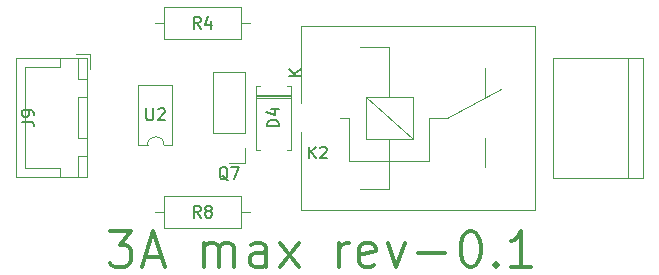
<source format=gbr>
%TF.GenerationSoftware,KiCad,Pcbnew,8.0.5*%
%TF.CreationDate,2024-12-15T17:36:27-06:00*%
%TF.ProjectId,Relay_Boards.V1,52656c61-795f-4426-9f61-7264732e5631,rev?*%
%TF.SameCoordinates,Original*%
%TF.FileFunction,Legend,Top*%
%TF.FilePolarity,Positive*%
%FSLAX46Y46*%
G04 Gerber Fmt 4.6, Leading zero omitted, Abs format (unit mm)*
G04 Created by KiCad (PCBNEW 8.0.5) date 2024-12-15 17:36:27*
%MOMM*%
%LPD*%
G01*
G04 APERTURE LIST*
%ADD10C,0.300000*%
%ADD11C,0.150000*%
%ADD12C,0.120000*%
G04 APERTURE END LIST*
D10*
X93875939Y-99867257D02*
X95733082Y-99867257D01*
X95733082Y-99867257D02*
X94733082Y-101010114D01*
X94733082Y-101010114D02*
X95161653Y-101010114D01*
X95161653Y-101010114D02*
X95447368Y-101152971D01*
X95447368Y-101152971D02*
X95590225Y-101295828D01*
X95590225Y-101295828D02*
X95733082Y-101581542D01*
X95733082Y-101581542D02*
X95733082Y-102295828D01*
X95733082Y-102295828D02*
X95590225Y-102581542D01*
X95590225Y-102581542D02*
X95447368Y-102724400D01*
X95447368Y-102724400D02*
X95161653Y-102867257D01*
X95161653Y-102867257D02*
X94304510Y-102867257D01*
X94304510Y-102867257D02*
X94018796Y-102724400D01*
X94018796Y-102724400D02*
X93875939Y-102581542D01*
X96875939Y-102010114D02*
X98304511Y-102010114D01*
X96590225Y-102867257D02*
X97590225Y-99867257D01*
X97590225Y-99867257D02*
X98590225Y-102867257D01*
X101875939Y-102867257D02*
X101875939Y-100867257D01*
X101875939Y-101152971D02*
X102018796Y-101010114D01*
X102018796Y-101010114D02*
X102304511Y-100867257D01*
X102304511Y-100867257D02*
X102733082Y-100867257D01*
X102733082Y-100867257D02*
X103018796Y-101010114D01*
X103018796Y-101010114D02*
X103161654Y-101295828D01*
X103161654Y-101295828D02*
X103161654Y-102867257D01*
X103161654Y-101295828D02*
X103304511Y-101010114D01*
X103304511Y-101010114D02*
X103590225Y-100867257D01*
X103590225Y-100867257D02*
X104018796Y-100867257D01*
X104018796Y-100867257D02*
X104304511Y-101010114D01*
X104304511Y-101010114D02*
X104447368Y-101295828D01*
X104447368Y-101295828D02*
X104447368Y-102867257D01*
X107161654Y-102867257D02*
X107161654Y-101295828D01*
X107161654Y-101295828D02*
X107018796Y-101010114D01*
X107018796Y-101010114D02*
X106733082Y-100867257D01*
X106733082Y-100867257D02*
X106161654Y-100867257D01*
X106161654Y-100867257D02*
X105875939Y-101010114D01*
X107161654Y-102724400D02*
X106875939Y-102867257D01*
X106875939Y-102867257D02*
X106161654Y-102867257D01*
X106161654Y-102867257D02*
X105875939Y-102724400D01*
X105875939Y-102724400D02*
X105733082Y-102438685D01*
X105733082Y-102438685D02*
X105733082Y-102152971D01*
X105733082Y-102152971D02*
X105875939Y-101867257D01*
X105875939Y-101867257D02*
X106161654Y-101724400D01*
X106161654Y-101724400D02*
X106875939Y-101724400D01*
X106875939Y-101724400D02*
X107161654Y-101581542D01*
X108304511Y-102867257D02*
X109875940Y-100867257D01*
X108304511Y-100867257D02*
X109875940Y-102867257D01*
X113304510Y-102867257D02*
X113304510Y-100867257D01*
X113304510Y-101438685D02*
X113447367Y-101152971D01*
X113447367Y-101152971D02*
X113590225Y-101010114D01*
X113590225Y-101010114D02*
X113875939Y-100867257D01*
X113875939Y-100867257D02*
X114161653Y-100867257D01*
X116304510Y-102724400D02*
X116018796Y-102867257D01*
X116018796Y-102867257D02*
X115447368Y-102867257D01*
X115447368Y-102867257D02*
X115161653Y-102724400D01*
X115161653Y-102724400D02*
X115018796Y-102438685D01*
X115018796Y-102438685D02*
X115018796Y-101295828D01*
X115018796Y-101295828D02*
X115161653Y-101010114D01*
X115161653Y-101010114D02*
X115447368Y-100867257D01*
X115447368Y-100867257D02*
X116018796Y-100867257D01*
X116018796Y-100867257D02*
X116304510Y-101010114D01*
X116304510Y-101010114D02*
X116447368Y-101295828D01*
X116447368Y-101295828D02*
X116447368Y-101581542D01*
X116447368Y-101581542D02*
X115018796Y-101867257D01*
X117447368Y-100867257D02*
X118161654Y-102867257D01*
X118161654Y-102867257D02*
X118875939Y-100867257D01*
X120018796Y-101724400D02*
X122304511Y-101724400D01*
X124304511Y-99867257D02*
X124590225Y-99867257D01*
X124590225Y-99867257D02*
X124875939Y-100010114D01*
X124875939Y-100010114D02*
X125018797Y-100152971D01*
X125018797Y-100152971D02*
X125161654Y-100438685D01*
X125161654Y-100438685D02*
X125304511Y-101010114D01*
X125304511Y-101010114D02*
X125304511Y-101724400D01*
X125304511Y-101724400D02*
X125161654Y-102295828D01*
X125161654Y-102295828D02*
X125018797Y-102581542D01*
X125018797Y-102581542D02*
X124875939Y-102724400D01*
X124875939Y-102724400D02*
X124590225Y-102867257D01*
X124590225Y-102867257D02*
X124304511Y-102867257D01*
X124304511Y-102867257D02*
X124018797Y-102724400D01*
X124018797Y-102724400D02*
X123875939Y-102581542D01*
X123875939Y-102581542D02*
X123733082Y-102295828D01*
X123733082Y-102295828D02*
X123590225Y-101724400D01*
X123590225Y-101724400D02*
X123590225Y-101010114D01*
X123590225Y-101010114D02*
X123733082Y-100438685D01*
X123733082Y-100438685D02*
X123875939Y-100152971D01*
X123875939Y-100152971D02*
X124018797Y-100010114D01*
X124018797Y-100010114D02*
X124304511Y-99867257D01*
X126590225Y-102581542D02*
X126733082Y-102724400D01*
X126733082Y-102724400D02*
X126590225Y-102867257D01*
X126590225Y-102867257D02*
X126447368Y-102724400D01*
X126447368Y-102724400D02*
X126590225Y-102581542D01*
X126590225Y-102581542D02*
X126590225Y-102867257D01*
X129590225Y-102867257D02*
X127875939Y-102867257D01*
X128733082Y-102867257D02*
X128733082Y-99867257D01*
X128733082Y-99867257D02*
X128447368Y-100295828D01*
X128447368Y-100295828D02*
X128161653Y-100581542D01*
X128161653Y-100581542D02*
X127875939Y-100724400D01*
D11*
X108204819Y-90988094D02*
X107204819Y-90988094D01*
X107204819Y-90988094D02*
X107204819Y-90749999D01*
X107204819Y-90749999D02*
X107252438Y-90607142D01*
X107252438Y-90607142D02*
X107347676Y-90511904D01*
X107347676Y-90511904D02*
X107442914Y-90464285D01*
X107442914Y-90464285D02*
X107633390Y-90416666D01*
X107633390Y-90416666D02*
X107776247Y-90416666D01*
X107776247Y-90416666D02*
X107966723Y-90464285D01*
X107966723Y-90464285D02*
X108061961Y-90511904D01*
X108061961Y-90511904D02*
X108157200Y-90607142D01*
X108157200Y-90607142D02*
X108204819Y-90749999D01*
X108204819Y-90749999D02*
X108204819Y-90988094D01*
X107538152Y-89559523D02*
X108204819Y-89559523D01*
X107157200Y-89797618D02*
X107871485Y-90035713D01*
X107871485Y-90035713D02*
X107871485Y-89416666D01*
X110104819Y-86701904D02*
X109104819Y-86701904D01*
X110104819Y-86130476D02*
X109533390Y-86559047D01*
X109104819Y-86130476D02*
X109676247Y-86701904D01*
X86454819Y-90583333D02*
X87169104Y-90583333D01*
X87169104Y-90583333D02*
X87311961Y-90630952D01*
X87311961Y-90630952D02*
X87407200Y-90726190D01*
X87407200Y-90726190D02*
X87454819Y-90869047D01*
X87454819Y-90869047D02*
X87454819Y-90964285D01*
X87454819Y-90059523D02*
X87454819Y-89869047D01*
X87454819Y-89869047D02*
X87407200Y-89773809D01*
X87407200Y-89773809D02*
X87359580Y-89726190D01*
X87359580Y-89726190D02*
X87216723Y-89630952D01*
X87216723Y-89630952D02*
X87026247Y-89583333D01*
X87026247Y-89583333D02*
X86645295Y-89583333D01*
X86645295Y-89583333D02*
X86550057Y-89630952D01*
X86550057Y-89630952D02*
X86502438Y-89678571D01*
X86502438Y-89678571D02*
X86454819Y-89773809D01*
X86454819Y-89773809D02*
X86454819Y-89964285D01*
X86454819Y-89964285D02*
X86502438Y-90059523D01*
X86502438Y-90059523D02*
X86550057Y-90107142D01*
X86550057Y-90107142D02*
X86645295Y-90154761D01*
X86645295Y-90154761D02*
X86883390Y-90154761D01*
X86883390Y-90154761D02*
X86978628Y-90107142D01*
X86978628Y-90107142D02*
X87026247Y-90059523D01*
X87026247Y-90059523D02*
X87073866Y-89964285D01*
X87073866Y-89964285D02*
X87073866Y-89773809D01*
X87073866Y-89773809D02*
X87026247Y-89678571D01*
X87026247Y-89678571D02*
X86978628Y-89630952D01*
X86978628Y-89630952D02*
X86883390Y-89583333D01*
X110761905Y-93704819D02*
X110761905Y-92704819D01*
X111333333Y-93704819D02*
X110904762Y-93133390D01*
X111333333Y-92704819D02*
X110761905Y-93276247D01*
X111714286Y-92800057D02*
X111761905Y-92752438D01*
X111761905Y-92752438D02*
X111857143Y-92704819D01*
X111857143Y-92704819D02*
X112095238Y-92704819D01*
X112095238Y-92704819D02*
X112190476Y-92752438D01*
X112190476Y-92752438D02*
X112238095Y-92800057D01*
X112238095Y-92800057D02*
X112285714Y-92895295D01*
X112285714Y-92895295D02*
X112285714Y-92990533D01*
X112285714Y-92990533D02*
X112238095Y-93133390D01*
X112238095Y-93133390D02*
X111666667Y-93704819D01*
X111666667Y-93704819D02*
X112285714Y-93704819D01*
X96988095Y-89454819D02*
X96988095Y-90264342D01*
X96988095Y-90264342D02*
X97035714Y-90359580D01*
X97035714Y-90359580D02*
X97083333Y-90407200D01*
X97083333Y-90407200D02*
X97178571Y-90454819D01*
X97178571Y-90454819D02*
X97369047Y-90454819D01*
X97369047Y-90454819D02*
X97464285Y-90407200D01*
X97464285Y-90407200D02*
X97511904Y-90359580D01*
X97511904Y-90359580D02*
X97559523Y-90264342D01*
X97559523Y-90264342D02*
X97559523Y-89454819D01*
X97988095Y-89550057D02*
X98035714Y-89502438D01*
X98035714Y-89502438D02*
X98130952Y-89454819D01*
X98130952Y-89454819D02*
X98369047Y-89454819D01*
X98369047Y-89454819D02*
X98464285Y-89502438D01*
X98464285Y-89502438D02*
X98511904Y-89550057D01*
X98511904Y-89550057D02*
X98559523Y-89645295D01*
X98559523Y-89645295D02*
X98559523Y-89740533D01*
X98559523Y-89740533D02*
X98511904Y-89883390D01*
X98511904Y-89883390D02*
X97940476Y-90454819D01*
X97940476Y-90454819D02*
X98559523Y-90454819D01*
X101583333Y-98704819D02*
X101250000Y-98228628D01*
X101011905Y-98704819D02*
X101011905Y-97704819D01*
X101011905Y-97704819D02*
X101392857Y-97704819D01*
X101392857Y-97704819D02*
X101488095Y-97752438D01*
X101488095Y-97752438D02*
X101535714Y-97800057D01*
X101535714Y-97800057D02*
X101583333Y-97895295D01*
X101583333Y-97895295D02*
X101583333Y-98038152D01*
X101583333Y-98038152D02*
X101535714Y-98133390D01*
X101535714Y-98133390D02*
X101488095Y-98181009D01*
X101488095Y-98181009D02*
X101392857Y-98228628D01*
X101392857Y-98228628D02*
X101011905Y-98228628D01*
X102154762Y-98133390D02*
X102059524Y-98085771D01*
X102059524Y-98085771D02*
X102011905Y-98038152D01*
X102011905Y-98038152D02*
X101964286Y-97942914D01*
X101964286Y-97942914D02*
X101964286Y-97895295D01*
X101964286Y-97895295D02*
X102011905Y-97800057D01*
X102011905Y-97800057D02*
X102059524Y-97752438D01*
X102059524Y-97752438D02*
X102154762Y-97704819D01*
X102154762Y-97704819D02*
X102345238Y-97704819D01*
X102345238Y-97704819D02*
X102440476Y-97752438D01*
X102440476Y-97752438D02*
X102488095Y-97800057D01*
X102488095Y-97800057D02*
X102535714Y-97895295D01*
X102535714Y-97895295D02*
X102535714Y-97942914D01*
X102535714Y-97942914D02*
X102488095Y-98038152D01*
X102488095Y-98038152D02*
X102440476Y-98085771D01*
X102440476Y-98085771D02*
X102345238Y-98133390D01*
X102345238Y-98133390D02*
X102154762Y-98133390D01*
X102154762Y-98133390D02*
X102059524Y-98181009D01*
X102059524Y-98181009D02*
X102011905Y-98228628D01*
X102011905Y-98228628D02*
X101964286Y-98323866D01*
X101964286Y-98323866D02*
X101964286Y-98514342D01*
X101964286Y-98514342D02*
X102011905Y-98609580D01*
X102011905Y-98609580D02*
X102059524Y-98657200D01*
X102059524Y-98657200D02*
X102154762Y-98704819D01*
X102154762Y-98704819D02*
X102345238Y-98704819D01*
X102345238Y-98704819D02*
X102440476Y-98657200D01*
X102440476Y-98657200D02*
X102488095Y-98609580D01*
X102488095Y-98609580D02*
X102535714Y-98514342D01*
X102535714Y-98514342D02*
X102535714Y-98323866D01*
X102535714Y-98323866D02*
X102488095Y-98228628D01*
X102488095Y-98228628D02*
X102440476Y-98181009D01*
X102440476Y-98181009D02*
X102345238Y-98133390D01*
X103904761Y-95550057D02*
X103809523Y-95502438D01*
X103809523Y-95502438D02*
X103714285Y-95407200D01*
X103714285Y-95407200D02*
X103571428Y-95264342D01*
X103571428Y-95264342D02*
X103476190Y-95216723D01*
X103476190Y-95216723D02*
X103380952Y-95216723D01*
X103428571Y-95454819D02*
X103333333Y-95407200D01*
X103333333Y-95407200D02*
X103238095Y-95311961D01*
X103238095Y-95311961D02*
X103190476Y-95121485D01*
X103190476Y-95121485D02*
X103190476Y-94788152D01*
X103190476Y-94788152D02*
X103238095Y-94597676D01*
X103238095Y-94597676D02*
X103333333Y-94502438D01*
X103333333Y-94502438D02*
X103428571Y-94454819D01*
X103428571Y-94454819D02*
X103619047Y-94454819D01*
X103619047Y-94454819D02*
X103714285Y-94502438D01*
X103714285Y-94502438D02*
X103809523Y-94597676D01*
X103809523Y-94597676D02*
X103857142Y-94788152D01*
X103857142Y-94788152D02*
X103857142Y-95121485D01*
X103857142Y-95121485D02*
X103809523Y-95311961D01*
X103809523Y-95311961D02*
X103714285Y-95407200D01*
X103714285Y-95407200D02*
X103619047Y-95454819D01*
X103619047Y-95454819D02*
X103428571Y-95454819D01*
X104190476Y-94454819D02*
X104857142Y-94454819D01*
X104857142Y-94454819D02*
X104428571Y-95454819D01*
X101583333Y-82704819D02*
X101250000Y-82228628D01*
X101011905Y-82704819D02*
X101011905Y-81704819D01*
X101011905Y-81704819D02*
X101392857Y-81704819D01*
X101392857Y-81704819D02*
X101488095Y-81752438D01*
X101488095Y-81752438D02*
X101535714Y-81800057D01*
X101535714Y-81800057D02*
X101583333Y-81895295D01*
X101583333Y-81895295D02*
X101583333Y-82038152D01*
X101583333Y-82038152D02*
X101535714Y-82133390D01*
X101535714Y-82133390D02*
X101488095Y-82181009D01*
X101488095Y-82181009D02*
X101392857Y-82228628D01*
X101392857Y-82228628D02*
X101011905Y-82228628D01*
X102440476Y-82038152D02*
X102440476Y-82704819D01*
X102202381Y-81657200D02*
X101964286Y-82371485D01*
X101964286Y-82371485D02*
X102583333Y-82371485D01*
D12*
%TO.C,D4*%
X106280000Y-87530000D02*
X106280000Y-92970000D01*
X106280000Y-92970000D02*
X106610000Y-92970000D01*
X106610000Y-87530000D02*
X106280000Y-87530000D01*
X108890000Y-87530000D02*
X109220000Y-87530000D01*
X109220000Y-87530000D02*
X109220000Y-92970000D01*
X109220000Y-88310000D02*
X106280000Y-88310000D01*
X109220000Y-88430000D02*
X106280000Y-88430000D01*
X109220000Y-88550000D02*
X106280000Y-88550000D01*
X109220000Y-92970000D02*
X108890000Y-92970000D01*
%TO.C,J9*%
X85990000Y-85190000D02*
X85990000Y-95310000D01*
X85990000Y-95310000D02*
X91960000Y-95310000D01*
X86750000Y-85950000D02*
X86750000Y-90250000D01*
X86750000Y-94550000D02*
X86750000Y-90250000D01*
X89700000Y-85200000D02*
X89700000Y-85950000D01*
X89700000Y-85950000D02*
X86750000Y-85950000D01*
X89700000Y-94550000D02*
X86750000Y-94550000D01*
X89700000Y-95300000D02*
X89700000Y-94550000D01*
X91200000Y-85200000D02*
X91200000Y-87000000D01*
X91200000Y-87000000D02*
X91950000Y-87000000D01*
X91200000Y-88500000D02*
X91200000Y-92000000D01*
X91200000Y-92000000D02*
X91950000Y-92000000D01*
X91200000Y-93500000D02*
X91200000Y-95300000D01*
X91200000Y-95300000D02*
X91950000Y-95300000D01*
X91950000Y-85200000D02*
X91200000Y-85200000D01*
X91950000Y-87000000D02*
X91950000Y-85200000D01*
X91950000Y-88500000D02*
X91200000Y-88500000D01*
X91950000Y-92000000D02*
X91950000Y-88500000D01*
X91950000Y-93500000D02*
X91200000Y-93500000D01*
X91950000Y-95300000D02*
X91950000Y-93500000D01*
X91960000Y-85190000D02*
X85990000Y-85190000D01*
X91960000Y-95310000D02*
X91960000Y-85190000D01*
X92250000Y-84900000D02*
X91000000Y-84900000D01*
X92250000Y-86150000D02*
X92250000Y-84900000D01*
%TO.C,K2*%
X110100000Y-82450000D02*
X110100000Y-89050000D01*
X110100000Y-82450000D02*
X129900000Y-82450000D01*
X110100000Y-91450000D02*
X110100000Y-98050000D01*
X114150000Y-90300000D02*
X113350000Y-90300000D01*
X114150000Y-90300000D02*
X114150000Y-93900000D01*
X115050000Y-96300000D02*
X117550000Y-96300000D01*
X115550000Y-88500000D02*
X119550000Y-88500000D01*
X115550000Y-92100000D02*
X115550000Y-88500000D01*
X117550000Y-84300000D02*
X115050000Y-84300000D01*
X117550000Y-84300000D02*
X117550000Y-88500000D01*
X117550000Y-92100000D02*
X117550000Y-96300000D01*
X119550000Y-88500000D02*
X119550000Y-92100000D01*
X119550000Y-92100000D02*
X115550000Y-88500000D01*
X119550000Y-92100000D02*
X115550000Y-92100000D01*
X120950000Y-90300000D02*
X120950000Y-93900000D01*
X120950000Y-90300000D02*
X122450000Y-90300000D01*
X120950000Y-93900000D02*
X114150000Y-93900000D01*
X122450000Y-90300000D02*
X127050000Y-87800000D01*
X125650000Y-86050000D02*
X125650000Y-88550000D01*
X125650000Y-94450000D02*
X125650000Y-92000000D01*
X129900000Y-82450000D02*
X129900000Y-98050000D01*
X129900000Y-98050000D02*
X110100000Y-98050000D01*
%TO.C,U2*%
X96290000Y-87450000D02*
X96290000Y-92550000D01*
X96290000Y-92550000D02*
X97090000Y-92550000D01*
X98490000Y-92550000D02*
X99190000Y-92550000D01*
X99190000Y-87450000D02*
X96290000Y-87450000D01*
X99190000Y-92550000D02*
X99190000Y-87450000D01*
X97090000Y-92550000D02*
G75*
G02*
X98490000Y-92550000I700000J0D01*
G01*
%TO.C,R8*%
X97710000Y-98250000D02*
X98480000Y-98250000D01*
X98480000Y-96880000D02*
X98480000Y-99620000D01*
X98480000Y-99620000D02*
X105020000Y-99620000D01*
X105020000Y-96880000D02*
X98480000Y-96880000D01*
X105020000Y-99620000D02*
X105020000Y-96880000D01*
X105790000Y-98250000D02*
X105020000Y-98250000D01*
%TO.C,J1-RIGHT_LIGHT_OUTPUT2*%
X131440000Y-85170000D02*
X131440000Y-95330000D01*
X131440000Y-95330000D02*
X139060000Y-95330000D01*
X137790000Y-85170000D02*
X137790000Y-95330000D01*
X139060000Y-85170000D02*
X131440000Y-85170000D01*
X139060000Y-95330000D02*
X139060000Y-85170000D01*
%TO.C,Q7*%
X102670000Y-91520000D02*
X102670000Y-86380000D01*
X105330000Y-86380000D02*
X102670000Y-86380000D01*
X105330000Y-91520000D02*
X102670000Y-91520000D01*
X105330000Y-91520000D02*
X105330000Y-86380000D01*
X105330000Y-92790000D02*
X105330000Y-94120000D01*
X105330000Y-94120000D02*
X104000000Y-94120000D01*
%TO.C,R4*%
X97710000Y-82250000D02*
X98480000Y-82250000D01*
X98480000Y-80880000D02*
X98480000Y-83620000D01*
X98480000Y-83620000D02*
X105020000Y-83620000D01*
X105020000Y-80880000D02*
X98480000Y-80880000D01*
X105020000Y-83620000D02*
X105020000Y-80880000D01*
X105790000Y-82250000D02*
X105020000Y-82250000D01*
%TD*%
M02*

</source>
